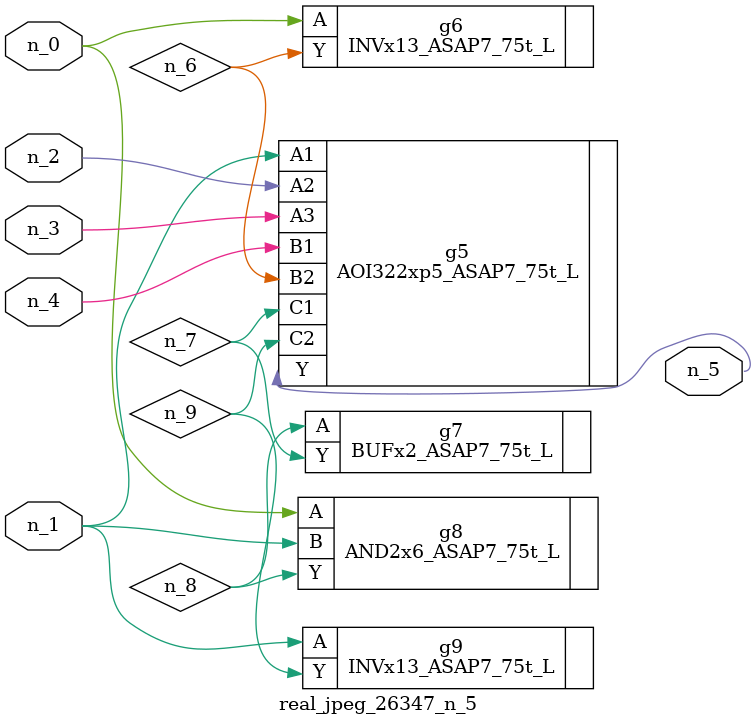
<source format=v>
module real_jpeg_26347_n_5 (n_4, n_0, n_1, n_2, n_3, n_5);

input n_4;
input n_0;
input n_1;
input n_2;
input n_3;

output n_5;

wire n_8;
wire n_6;
wire n_7;
wire n_9;

INVx13_ASAP7_75t_L g6 ( 
.A(n_0),
.Y(n_6)
);

AND2x6_ASAP7_75t_L g8 ( 
.A(n_0),
.B(n_1),
.Y(n_8)
);

AOI322xp5_ASAP7_75t_L g5 ( 
.A1(n_1),
.A2(n_2),
.A3(n_3),
.B1(n_4),
.B2(n_6),
.C1(n_7),
.C2(n_9),
.Y(n_5)
);

INVx13_ASAP7_75t_L g9 ( 
.A(n_1),
.Y(n_9)
);

BUFx2_ASAP7_75t_L g7 ( 
.A(n_8),
.Y(n_7)
);


endmodule
</source>
